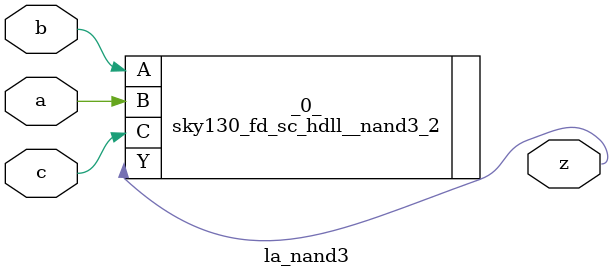
<source format=v>

/* Generated by Yosys 0.44 (git sha1 80ba43d26, g++ 11.4.0-1ubuntu1~22.04 -fPIC -O3) */

(* top =  1  *)
(* src = "generated" *)
module la_nand3 (
    a,
    b,
    c,
    z
);
  (* src = "generated" *)
  input a;
  wire a;
  (* src = "generated" *)
  input b;
  wire b;
  (* src = "generated" *)
  input c;
  wire c;
  (* src = "generated" *)
  output z;
  wire z;
  sky130_fd_sc_hdll__nand3_2 _0_ (
      .A(b),
      .B(a),
      .C(c),
      .Y(z)
  );
endmodule

</source>
